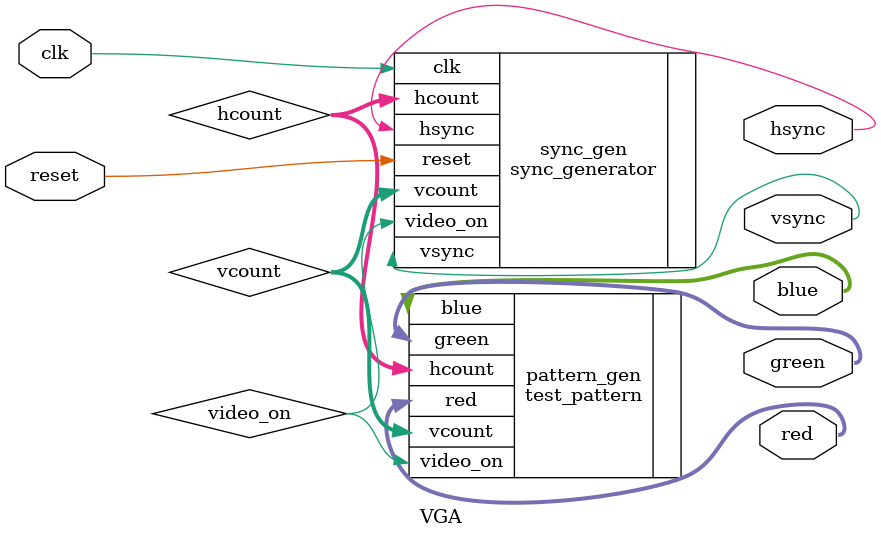
<source format=v>
module VGA (
    input wire clk,
    input wire reset,
    output wire hsync,
    output wire vsync,
    output wire [3:0] red,
    output wire [3:0] green,
    output wire [3:0] blue
);

wire video_on;
wire [10:0] hcount;
wire [9:0] vcount;

sync_generator sync_gen (
    .clk(clk),
    .reset(reset),
    .hsync(hsync),
    .vsync(vsync),
    .video_on(video_on),
    .hcount(hcount),
    .vcount(vcount)
);

test_pattern pattern_gen (
    .video_on(video_on),
    .hcount(hcount),
    .vcount(vcount),
    .red(red),
    .green(green),
    .blue(blue)
);

endmodule

</source>
